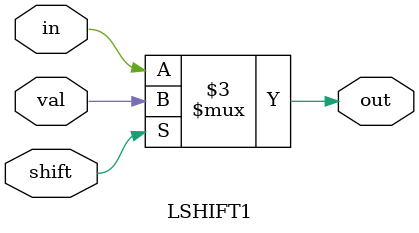
<source format=v>
module LSHIFT1 #(parameter SIZE = 1)(input in, shift, val, output reg out);
always @ (in, shift, val) begin
    if(shift)
	    out = val;
	else 
	    out = in;
end
endmodule
</source>
